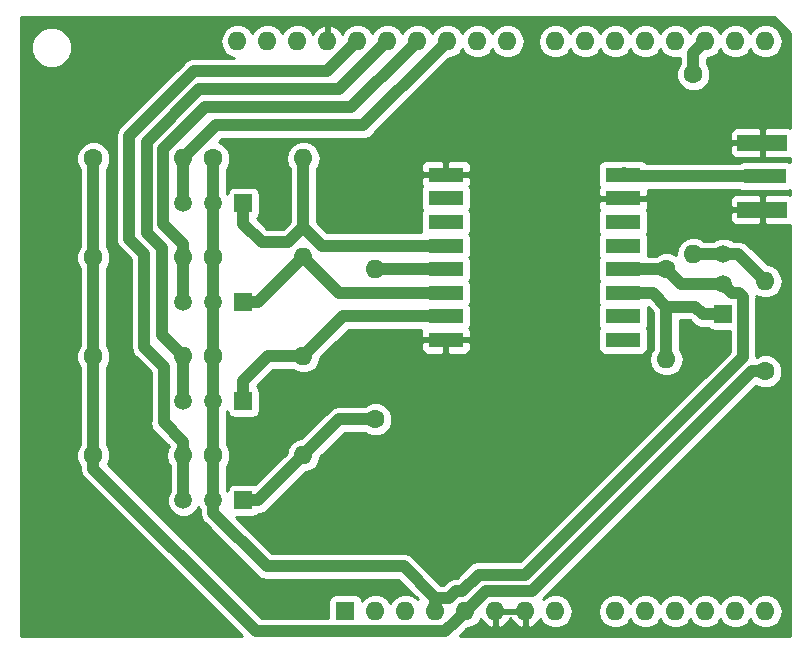
<source format=gbl>
G04 #@! TF.GenerationSoftware,KiCad,Pcbnew,5.0.2+dfsg1-1*
G04 #@! TF.CreationDate,2019-11-28T21:13:58+01:00*
G04 #@! TF.ProjectId,carte-radio,63617274-652d-4726-9164-696f2e6b6963,rev?*
G04 #@! TF.SameCoordinates,PX44114b0PY1687170*
G04 #@! TF.FileFunction,Copper,L2,Bot*
G04 #@! TF.FilePolarity,Positive*
%FSLAX46Y46*%
G04 Gerber Fmt 4.6, Leading zero omitted, Abs format (unit mm)*
G04 Created by KiCad (PCBNEW 5.0.2+dfsg1-1) date jeu. 28 nov. 2019 21:13:58 CET*
%MOMM*%
%LPD*%
G01*
G04 APERTURE LIST*
G04 #@! TA.AperFunction,ComponentPad*
%ADD10O,1.600000X1.600000*%
G04 #@! TD*
G04 #@! TA.AperFunction,ComponentPad*
%ADD11R,1.600000X1.600000*%
G04 #@! TD*
G04 #@! TA.AperFunction,SMDPad,CuDef*
%ADD12R,4.200000X1.350000*%
G04 #@! TD*
G04 #@! TA.AperFunction,SMDPad,CuDef*
%ADD13R,3.600000X1.270000*%
G04 #@! TD*
G04 #@! TA.AperFunction,ComponentPad*
%ADD14C,1.500000*%
G04 #@! TD*
G04 #@! TA.AperFunction,ComponentPad*
%ADD15R,1.500000X1.500000*%
G04 #@! TD*
G04 #@! TA.AperFunction,ComponentPad*
%ADD16C,1.600000*%
G04 #@! TD*
G04 #@! TA.AperFunction,SMDPad,CuDef*
%ADD17R,2.999740X1.198880*%
G04 #@! TD*
G04 #@! TA.AperFunction,Conductor*
%ADD18C,1.000000*%
G04 #@! TD*
G04 #@! TA.AperFunction,Conductor*
%ADD19C,0.254000*%
G04 #@! TD*
G04 APERTURE END LIST*
D10*
G04 #@! TO.P,A1,32*
G04 #@! TO.N,Net-(A1-Pad32)*
X15752000Y508000D03*
G04 #@! TO.P,A1,31*
G04 #@! TO.N,Net-(A1-Pad31)*
X18292000Y508000D03*
D11*
G04 #@! TO.P,A1,1*
G04 #@! TO.N,Net-(A1-Pad1)*
X24892000Y-47752000D03*
D10*
G04 #@! TO.P,A1,17*
G04 #@! TO.N,RF_INT*
X55372000Y508000D03*
G04 #@! TO.P,A1,2*
G04 #@! TO.N,Net-(A1-Pad2)*
X27432000Y-47752000D03*
G04 #@! TO.P,A1,18*
G04 #@! TO.N,Net-(A1-Pad18)*
X52832000Y508000D03*
G04 #@! TO.P,A1,3*
G04 #@! TO.N,Net-(A1-Pad3)*
X29972000Y-47752000D03*
G04 #@! TO.P,A1,19*
G04 #@! TO.N,Net-(A1-Pad19)*
X50292000Y508000D03*
G04 #@! TO.P,A1,4*
G04 #@! TO.N,3V3*
X32512000Y-47752000D03*
G04 #@! TO.P,A1,20*
G04 #@! TO.N,Net-(A1-Pad20)*
X47752000Y508000D03*
G04 #@! TO.P,A1,5*
G04 #@! TO.N,5V*
X35052000Y-47752000D03*
G04 #@! TO.P,A1,21*
G04 #@! TO.N,Net-(A1-Pad21)*
X45212000Y508000D03*
G04 #@! TO.P,A1,6*
G04 #@! TO.N,GND*
X37592000Y-47752000D03*
G04 #@! TO.P,A1,22*
G04 #@! TO.N,Net-(A1-Pad22)*
X42672000Y508000D03*
G04 #@! TO.P,A1,7*
G04 #@! TO.N,GND*
X40132000Y-47752000D03*
G04 #@! TO.P,A1,23*
G04 #@! TO.N,Net-(A1-Pad23)*
X38612000Y508000D03*
G04 #@! TO.P,A1,8*
G04 #@! TO.N,Net-(A1-Pad8)*
X42672000Y-47752000D03*
G04 #@! TO.P,A1,24*
G04 #@! TO.N,Net-(A1-Pad24)*
X36072000Y508000D03*
G04 #@! TO.P,A1,9*
G04 #@! TO.N,Net-(A1-Pad9)*
X47752000Y-47752000D03*
G04 #@! TO.P,A1,25*
G04 #@! TO.N,RF_NSS*
X33532000Y508000D03*
G04 #@! TO.P,A1,10*
G04 #@! TO.N,Net-(A1-Pad10)*
X50292000Y-47752000D03*
G04 #@! TO.P,A1,26*
G04 #@! TO.N,RF_MOSI*
X30992000Y508000D03*
G04 #@! TO.P,A1,11*
G04 #@! TO.N,Net-(A1-Pad11)*
X52832000Y-47752000D03*
G04 #@! TO.P,A1,27*
G04 #@! TO.N,RF_MISO*
X28452000Y508000D03*
G04 #@! TO.P,A1,12*
G04 #@! TO.N,Net-(A1-Pad12)*
X55372000Y-47752000D03*
G04 #@! TO.P,A1,28*
G04 #@! TO.N,RF_SCK*
X25912000Y508000D03*
G04 #@! TO.P,A1,13*
G04 #@! TO.N,Net-(A1-Pad13)*
X57912000Y-47752000D03*
G04 #@! TO.P,A1,29*
G04 #@! TO.N,GND*
X23372000Y508000D03*
G04 #@! TO.P,A1,14*
G04 #@! TO.N,Net-(A1-Pad14)*
X60452000Y-47752000D03*
G04 #@! TO.P,A1,30*
G04 #@! TO.N,Net-(A1-Pad30)*
X20832000Y508000D03*
G04 #@! TO.P,A1,15*
G04 #@! TO.N,Net-(A1-Pad15)*
X60452000Y508000D03*
G04 #@! TO.P,A1,16*
G04 #@! TO.N,Net-(A1-Pad16)*
X57912000Y508000D03*
G04 #@! TD*
D12*
G04 #@! TO.P,J1,2*
G04 #@! TO.N,GND*
X60198000Y-8097000D03*
X60198000Y-13747000D03*
D13*
G04 #@! TO.P,J1,1*
G04 #@! TO.N,Net-(J1-Pad1)*
X60398000Y-10922000D03*
G04 #@! TD*
D14*
G04 #@! TO.P,Q1,2*
G04 #@! TO.N,3V3*
X13716000Y-38354000D03*
G04 #@! TO.P,Q1,3*
G04 #@! TO.N,RF_SCK*
X11176000Y-38354000D03*
D15*
G04 #@! TO.P,Q1,1*
G04 #@! TO.N,Net-(JP1-Pad1)*
X16256000Y-38354000D03*
G04 #@! TD*
G04 #@! TO.P,Q2,1*
G04 #@! TO.N,Net-(Q2-Pad1)*
X16256000Y-21590000D03*
D14*
G04 #@! TO.P,Q2,3*
G04 #@! TO.N,RF_MOSI*
X11176000Y-21590000D03*
G04 #@! TO.P,Q2,2*
G04 #@! TO.N,3V3*
X13716000Y-21590000D03*
G04 #@! TD*
D15*
G04 #@! TO.P,Q3,1*
G04 #@! TO.N,Net-(Q3-Pad1)*
X16256000Y-29972000D03*
D14*
G04 #@! TO.P,Q3,3*
G04 #@! TO.N,RF_MISO*
X11176000Y-29972000D03*
G04 #@! TO.P,Q3,2*
G04 #@! TO.N,3V3*
X13716000Y-29972000D03*
G04 #@! TD*
G04 #@! TO.P,Q4,2*
G04 #@! TO.N,3V3*
X13716000Y-13208000D03*
G04 #@! TO.P,Q4,3*
G04 #@! TO.N,RF_NSS*
X11176000Y-13208000D03*
D15*
G04 #@! TO.P,Q4,1*
G04 #@! TO.N,Net-(Q4-Pad1)*
X16256000Y-13208000D03*
G04 #@! TD*
D14*
G04 #@! TO.P,Q5,2*
G04 #@! TO.N,3V3*
X56896000Y-20066000D03*
G04 #@! TO.P,Q5,3*
G04 #@! TO.N,Net-(JP2-Pad2)*
X56896000Y-17526000D03*
D15*
G04 #@! TO.P,Q5,1*
G04 #@! TO.N,Net-(Q5-Pad1)*
X56896000Y-22606000D03*
G04 #@! TD*
D10*
G04 #@! TO.P,R1,2*
G04 #@! TO.N,RF_SCK*
X11176000Y-34544000D03*
D16*
G04 #@! TO.P,R1,1*
G04 #@! TO.N,5V*
X3556000Y-34544000D03*
G04 #@! TD*
G04 #@! TO.P,R2,1*
G04 #@! TO.N,5V*
X3556000Y-17780000D03*
D10*
G04 #@! TO.P,R2,2*
G04 #@! TO.N,RF_MOSI*
X11176000Y-17780000D03*
G04 #@! TD*
G04 #@! TO.P,R3,2*
G04 #@! TO.N,RF_MISO*
X11176000Y-26162000D03*
D16*
G04 #@! TO.P,R3,1*
G04 #@! TO.N,5V*
X3556000Y-26162000D03*
G04 #@! TD*
D10*
G04 #@! TO.P,R4,2*
G04 #@! TO.N,RF_NSS*
X11176000Y-9398000D03*
D16*
G04 #@! TO.P,R4,1*
G04 #@! TO.N,5V*
X3556000Y-9398000D03*
G04 #@! TD*
D10*
G04 #@! TO.P,R5,2*
G04 #@! TO.N,Net-(JP2-Pad2)*
X60452000Y-19812000D03*
D16*
G04 #@! TO.P,R5,1*
G04 #@! TO.N,5V*
X60452000Y-27432000D03*
G04 #@! TD*
G04 #@! TO.P,R6,1*
G04 #@! TO.N,3V3*
X13716000Y-34544000D03*
D10*
G04 #@! TO.P,R6,2*
G04 #@! TO.N,Net-(JP1-Pad1)*
X21336000Y-34544000D03*
G04 #@! TD*
G04 #@! TO.P,R7,2*
G04 #@! TO.N,Net-(Q2-Pad1)*
X21336000Y-17780000D03*
D16*
G04 #@! TO.P,R7,1*
G04 #@! TO.N,3V3*
X13716000Y-17780000D03*
G04 #@! TD*
G04 #@! TO.P,R8,1*
G04 #@! TO.N,3V3*
X13716000Y-26162000D03*
D10*
G04 #@! TO.P,R8,2*
G04 #@! TO.N,Net-(Q3-Pad1)*
X21336000Y-26162000D03*
G04 #@! TD*
D16*
G04 #@! TO.P,R9,1*
G04 #@! TO.N,3V3*
X13716000Y-9398000D03*
D10*
G04 #@! TO.P,R9,2*
G04 #@! TO.N,Net-(Q4-Pad1)*
X21336000Y-9398000D03*
G04 #@! TD*
D16*
G04 #@! TO.P,R10,1*
G04 #@! TO.N,3V3*
X52070000Y-18796000D03*
D10*
G04 #@! TO.P,R10,2*
G04 #@! TO.N,Net-(Q5-Pad1)*
X52070000Y-26416000D03*
G04 #@! TD*
D17*
G04 #@! TO.P,U1,1*
G04 #@! TO.N,GND*
X33395920Y-24777700D03*
G04 #@! TO.P,U1,2*
G04 #@! TO.N,Net-(Q3-Pad1)*
X33395920Y-22778720D03*
G04 #@! TO.P,U1,3*
G04 #@! TO.N,Net-(Q2-Pad1)*
X33395920Y-20779740D03*
G04 #@! TO.P,U1,4*
G04 #@! TO.N,Net-(JP1-Pad2)*
X33395920Y-18778220D03*
G04 #@! TO.P,U1,5*
G04 #@! TO.N,Net-(Q4-Pad1)*
X33395920Y-16781780D03*
G04 #@! TO.P,U1,6*
G04 #@! TO.N,Net-(U1-Pad6)*
X33395920Y-14780260D03*
G04 #@! TO.P,U1,7*
G04 #@! TO.N,Net-(U1-Pad7)*
X33395920Y-12781280D03*
G04 #@! TO.P,U1,8*
G04 #@! TO.N,GND*
X33395920Y-10782300D03*
G04 #@! TO.P,U1,9*
G04 #@! TO.N,Net-(J1-Pad1)*
X48392080Y-10782300D03*
G04 #@! TO.P,U1,10*
G04 #@! TO.N,GND*
X48392080Y-12781280D03*
G04 #@! TO.P,U1,11*
G04 #@! TO.N,Net-(U1-Pad11)*
X48392080Y-14780260D03*
G04 #@! TO.P,U1,12*
G04 #@! TO.N,Net-(U1-Pad12)*
X48392080Y-16781780D03*
G04 #@! TO.P,U1,13*
G04 #@! TO.N,3V3*
X48392080Y-18778220D03*
G04 #@! TO.P,U1,14*
G04 #@! TO.N,Net-(Q5-Pad1)*
X48392080Y-20779740D03*
G04 #@! TO.P,U1,15*
G04 #@! TO.N,Net-(U1-Pad15)*
X48392080Y-22778720D03*
G04 #@! TO.P,U1,16*
G04 #@! TO.N,Net-(U1-Pad16)*
X48392080Y-24777700D03*
G04 #@! TD*
D16*
G04 #@! TO.P,JP1,1*
G04 #@! TO.N,Net-(JP1-Pad1)*
X27432000Y-31496000D03*
D10*
G04 #@! TO.P,JP1,2*
G04 #@! TO.N,Net-(JP1-Pad2)*
X27432000Y-18796000D03*
G04 #@! TD*
D16*
G04 #@! TO.P,JP2,1*
G04 #@! TO.N,RF_INT*
X54356000Y-2286000D03*
D10*
G04 #@! TO.P,JP2,2*
G04 #@! TO.N,Net-(JP2-Pad2)*
X54356000Y-17526000D03*
G04 #@! TD*
D18*
G04 #@! TO.N,RF_INT*
X54356000Y-508000D02*
X55372000Y508000D01*
X54356000Y-2286000D02*
X54356000Y-508000D01*
G04 #@! TO.N,Net-(JP2-Pad2)*
X58166000Y-17526000D02*
X60452000Y-19812000D01*
X56896000Y-17526000D02*
X58166000Y-17526000D01*
G04 #@! TO.N,3V3*
X13716000Y-38354000D02*
X13716000Y-34544000D01*
X13716000Y-34544000D02*
X13716000Y-29972000D01*
X13716000Y-29972000D02*
X13716000Y-26162000D01*
X13716000Y-26162000D02*
X13716000Y-21590000D01*
X13716000Y-21590000D02*
X13716000Y-17780000D01*
X13716000Y-17780000D02*
X13716000Y-13208000D01*
X13716000Y-13208000D02*
X13716000Y-9398000D01*
X32512000Y-46620630D02*
X29833370Y-43942000D01*
X32512000Y-47752000D02*
X32512000Y-46620630D01*
X18243340Y-43942000D02*
X13716000Y-39414660D01*
X13716000Y-39414660D02*
X13716000Y-38354000D01*
X29833370Y-43942000D02*
X18243340Y-43942000D01*
X48409860Y-18796000D02*
X48392080Y-18778220D01*
X52070000Y-18796000D02*
X48409860Y-18796000D01*
X53340000Y-20066000D02*
X52070000Y-18796000D01*
X56896000Y-20066000D02*
X53340000Y-20066000D01*
X57645999Y-20815999D02*
X56896000Y-20066000D01*
X58226001Y-20815999D02*
X57645999Y-20815999D01*
X58546001Y-26226717D02*
X58546001Y-21135999D01*
X33667368Y-46620630D02*
X34235999Y-46051999D01*
X34235999Y-46051999D02*
X34772089Y-46051999D01*
X32512000Y-46620630D02*
X33667368Y-46620630D01*
X34772089Y-46051999D02*
X36172098Y-44651989D01*
X58546001Y-21135999D02*
X58226001Y-20815999D01*
X36172098Y-44651989D02*
X40120729Y-44651989D01*
X40120729Y-44651989D02*
X58546001Y-26226717D01*
G04 #@! TO.N,5V*
X3556000Y-9398000D02*
X3556000Y-17780000D01*
X3556000Y-17780000D02*
X3556000Y-26162000D01*
X3556000Y-26162000D02*
X3556000Y-34544000D01*
X34252001Y-48551999D02*
X35052000Y-47752000D01*
X33351999Y-49452001D02*
X34252001Y-48551999D01*
X17332631Y-49452001D02*
X33351999Y-49452001D01*
X3556000Y-35675370D02*
X17332631Y-49452001D01*
X3556000Y-34544000D02*
X3556000Y-35675370D01*
X36752001Y-46051999D02*
X35851999Y-46952001D01*
X40700631Y-46051999D02*
X36752001Y-46051999D01*
X59320630Y-27432000D02*
X40700631Y-46051999D01*
X35851999Y-46952001D02*
X35052000Y-47752000D01*
X60452000Y-27432000D02*
X59320630Y-27432000D01*
G04 #@! TO.N,RF_NSS*
X11176000Y-9398000D02*
X11176000Y-13208000D01*
X32732001Y-291999D02*
X33532000Y508000D01*
X26420000Y-6604000D02*
X32732001Y-291999D01*
X13970000Y-6604000D02*
X26420000Y-6604000D01*
X11176000Y-9398000D02*
X13970000Y-6604000D01*
G04 #@! TO.N,RF_MOSI*
X11176000Y-17780000D02*
X11176000Y-21590000D01*
X30192001Y-291999D02*
X30992000Y508000D01*
X11176000Y-16648630D02*
X9475999Y-14948629D01*
X11176000Y-17780000D02*
X11176000Y-16648630D01*
X25404000Y-5080000D02*
X30192001Y-291999D01*
X9475999Y-14948629D02*
X9475999Y-8581999D01*
X9475999Y-8581999D02*
X12977998Y-5080000D01*
X12977998Y-5080000D02*
X25404000Y-5080000D01*
G04 #@! TO.N,RF_MISO*
X11176000Y-26162000D02*
X11176000Y-29972000D01*
X11176000Y-26162000D02*
X9398000Y-24384000D01*
X9398000Y-24384000D02*
X9398000Y-17018000D01*
X8075989Y-15695989D02*
X8075989Y-8002096D01*
X9398000Y-17018000D02*
X8075989Y-15695989D01*
X8075989Y-8002096D02*
X12522085Y-3556000D01*
X24388000Y-3556000D02*
X28452000Y508000D01*
X12522085Y-3556000D02*
X24388000Y-3556000D01*
G04 #@! TO.N,RF_SCK*
X11176000Y-34544000D02*
X11176000Y-38354000D01*
X23372000Y-2032000D02*
X25912000Y508000D01*
X12066173Y-2032000D02*
X23372000Y-2032000D01*
X6604000Y-7494173D02*
X12066173Y-2032000D01*
X6604000Y-16203912D02*
X6604000Y-7494173D01*
X11176000Y-34544000D02*
X11176000Y-33412630D01*
X11176000Y-33412630D02*
X9525999Y-31762629D01*
X7874000Y-25376002D02*
X7874000Y-17473912D01*
X9525999Y-31762629D02*
X9525999Y-27028001D01*
X9525999Y-27028001D02*
X7874000Y-25376002D01*
X7874000Y-17473912D02*
X6604000Y-16203912D01*
G04 #@! TO.N,Net-(J1-Pad1)*
X48506380Y-10668000D02*
X48392080Y-10782300D01*
X48531780Y-10922000D02*
X48392080Y-10782300D01*
X60398000Y-10922000D02*
X48531780Y-10922000D01*
G04 #@! TO.N,Net-(JP1-Pad1)*
X17526000Y-38354000D02*
X21336000Y-34544000D01*
X16256000Y-38354000D02*
X17526000Y-38354000D01*
G04 #@! TO.N,Net-(Q2-Pad1)*
X17526000Y-21590000D02*
X21336000Y-17780000D01*
X16256000Y-21590000D02*
X17526000Y-21590000D01*
X22135999Y-18579999D02*
X21336000Y-17780000D01*
X24335740Y-20779740D02*
X22135999Y-18579999D01*
X33395920Y-20779740D02*
X24335740Y-20779740D01*
G04 #@! TO.N,Net-(Q3-Pad1)*
X24719280Y-22778720D02*
X21336000Y-26162000D01*
X33395920Y-22778720D02*
X24719280Y-22778720D01*
X16256000Y-28222000D02*
X18316000Y-26162000D01*
X16256000Y-29972000D02*
X16256000Y-28222000D01*
X18316000Y-26162000D02*
X21336000Y-26162000D01*
G04 #@! TO.N,Net-(Q4-Pad1)*
X21336000Y-13970000D02*
X21336000Y-9398000D01*
X21336000Y-15240000D02*
X21336000Y-13970000D01*
X16256000Y-14958000D02*
X16256000Y-13208000D01*
X17808000Y-16510000D02*
X16256000Y-14958000D01*
X21336000Y-15240000D02*
X20066000Y-16510000D01*
X20066000Y-16510000D02*
X17808000Y-16510000D01*
X22877780Y-16781780D02*
X21336000Y-15240000D01*
X33395920Y-16781780D02*
X22877780Y-16781780D01*
G04 #@! TO.N,Net-(Q5-Pad1)*
X50891950Y-20779740D02*
X48392080Y-20779740D01*
X52070000Y-21957790D02*
X50891950Y-20779740D01*
X52070000Y-26416000D02*
X52070000Y-21957790D01*
X54497790Y-21957790D02*
X52070000Y-21957790D01*
X55146000Y-22606000D02*
X54497790Y-21957790D01*
X56896000Y-22606000D02*
X55146000Y-22606000D01*
G04 #@! TO.N,Net-(JP1-Pad1)*
X24384000Y-31496000D02*
X21336000Y-34544000D01*
X27432000Y-31496000D02*
X24384000Y-31496000D01*
G04 #@! TO.N,Net-(JP1-Pad2)*
X27449780Y-18778220D02*
X27432000Y-18796000D01*
X33395920Y-18778220D02*
X27449780Y-18778220D01*
G04 #@! TO.N,Net-(JP2-Pad2)*
X56896000Y-17526000D02*
X54356000Y-17526000D01*
G04 #@! TD*
D19*
G04 #@! TO.N,GND*
G36*
X62536000Y1229908D02*
X62536000Y-6833264D01*
X62424310Y-6787000D01*
X60483750Y-6787000D01*
X60325000Y-6945750D01*
X60325000Y-7970000D01*
X60345000Y-7970000D01*
X60345000Y-8224000D01*
X60325000Y-8224000D01*
X60325000Y-9248250D01*
X60483750Y-9407000D01*
X62424310Y-9407000D01*
X62536001Y-9360736D01*
X62536001Y-9749137D01*
X62445765Y-9688843D01*
X62198000Y-9639560D01*
X58598000Y-9639560D01*
X58350235Y-9688843D01*
X58203334Y-9787000D01*
X50391152Y-9787000D01*
X50349759Y-9725051D01*
X50139715Y-9584703D01*
X49891950Y-9535420D01*
X48630329Y-9535420D01*
X48506380Y-9510765D01*
X48382431Y-9535420D01*
X46892210Y-9535420D01*
X46644445Y-9584703D01*
X46434401Y-9725051D01*
X46294053Y-9935095D01*
X46244770Y-10182860D01*
X46244770Y-11381740D01*
X46294053Y-11629505D01*
X46395177Y-11780847D01*
X46353883Y-11822141D01*
X46257210Y-12055530D01*
X46257210Y-12495530D01*
X46415960Y-12654280D01*
X48265080Y-12654280D01*
X48265080Y-12634280D01*
X48519080Y-12634280D01*
X48519080Y-12654280D01*
X50368200Y-12654280D01*
X50526950Y-12495530D01*
X50526950Y-12057000D01*
X58203334Y-12057000D01*
X58350235Y-12155157D01*
X58598000Y-12204440D01*
X62198000Y-12204440D01*
X62445765Y-12155157D01*
X62536001Y-12094863D01*
X62536001Y-12483264D01*
X62424310Y-12437000D01*
X60483750Y-12437000D01*
X60325000Y-12595750D01*
X60325000Y-13620000D01*
X60345000Y-13620000D01*
X60345000Y-13874000D01*
X60325000Y-13874000D01*
X60325000Y-14898250D01*
X60483750Y-15057000D01*
X62424310Y-15057000D01*
X62536001Y-15010736D01*
X62536001Y-15424070D01*
X62536000Y-15424075D01*
X62536001Y-49836000D01*
X34573131Y-49836000D01*
X35133609Y-49275523D01*
X35133611Y-49275520D01*
X35229282Y-49179849D01*
X35611909Y-49103740D01*
X36086577Y-48786577D01*
X36342947Y-48402892D01*
X36439611Y-48607134D01*
X36854577Y-48983041D01*
X37242961Y-49143904D01*
X37465000Y-49021915D01*
X37465000Y-47879000D01*
X37719000Y-47879000D01*
X37719000Y-49021915D01*
X37941039Y-49143904D01*
X38329423Y-48983041D01*
X38744389Y-48607134D01*
X38862000Y-48358633D01*
X38979611Y-48607134D01*
X39394577Y-48983041D01*
X39782961Y-49143904D01*
X40005000Y-49021915D01*
X40005000Y-47879000D01*
X37719000Y-47879000D01*
X37465000Y-47879000D01*
X37445000Y-47879000D01*
X37445000Y-47625000D01*
X37465000Y-47625000D01*
X37465000Y-47605000D01*
X37719000Y-47605000D01*
X37719000Y-47625000D01*
X40005000Y-47625000D01*
X40005000Y-47605000D01*
X40259000Y-47605000D01*
X40259000Y-47625000D01*
X40279000Y-47625000D01*
X40279000Y-47879000D01*
X40259000Y-47879000D01*
X40259000Y-49021915D01*
X40481039Y-49143904D01*
X40869423Y-48983041D01*
X41284389Y-48607134D01*
X41381053Y-48402892D01*
X41637423Y-48786577D01*
X42112091Y-49103740D01*
X42530667Y-49187000D01*
X42813333Y-49187000D01*
X43231909Y-49103740D01*
X43706577Y-48786577D01*
X44023740Y-48311909D01*
X44135113Y-47752000D01*
X46288887Y-47752000D01*
X46400260Y-48311909D01*
X46717423Y-48786577D01*
X47192091Y-49103740D01*
X47610667Y-49187000D01*
X47893333Y-49187000D01*
X48311909Y-49103740D01*
X48786577Y-48786577D01*
X49022000Y-48434242D01*
X49257423Y-48786577D01*
X49732091Y-49103740D01*
X50150667Y-49187000D01*
X50433333Y-49187000D01*
X50851909Y-49103740D01*
X51326577Y-48786577D01*
X51562000Y-48434242D01*
X51797423Y-48786577D01*
X52272091Y-49103740D01*
X52690667Y-49187000D01*
X52973333Y-49187000D01*
X53391909Y-49103740D01*
X53866577Y-48786577D01*
X54102000Y-48434242D01*
X54337423Y-48786577D01*
X54812091Y-49103740D01*
X55230667Y-49187000D01*
X55513333Y-49187000D01*
X55931909Y-49103740D01*
X56406577Y-48786577D01*
X56642000Y-48434242D01*
X56877423Y-48786577D01*
X57352091Y-49103740D01*
X57770667Y-49187000D01*
X58053333Y-49187000D01*
X58471909Y-49103740D01*
X58946577Y-48786577D01*
X59182000Y-48434242D01*
X59417423Y-48786577D01*
X59892091Y-49103740D01*
X60310667Y-49187000D01*
X60593333Y-49187000D01*
X61011909Y-49103740D01*
X61486577Y-48786577D01*
X61803740Y-48311909D01*
X61915113Y-47752000D01*
X61803740Y-47192091D01*
X61486577Y-46717423D01*
X61011909Y-46400260D01*
X60593333Y-46317000D01*
X60310667Y-46317000D01*
X59892091Y-46400260D01*
X59417423Y-46717423D01*
X59182000Y-47069758D01*
X58946577Y-46717423D01*
X58471909Y-46400260D01*
X58053333Y-46317000D01*
X57770667Y-46317000D01*
X57352091Y-46400260D01*
X56877423Y-46717423D01*
X56642000Y-47069758D01*
X56406577Y-46717423D01*
X55931909Y-46400260D01*
X55513333Y-46317000D01*
X55230667Y-46317000D01*
X54812091Y-46400260D01*
X54337423Y-46717423D01*
X54102000Y-47069758D01*
X53866577Y-46717423D01*
X53391909Y-46400260D01*
X52973333Y-46317000D01*
X52690667Y-46317000D01*
X52272091Y-46400260D01*
X51797423Y-46717423D01*
X51562000Y-47069758D01*
X51326577Y-46717423D01*
X50851909Y-46400260D01*
X50433333Y-46317000D01*
X50150667Y-46317000D01*
X49732091Y-46400260D01*
X49257423Y-46717423D01*
X49022000Y-47069758D01*
X48786577Y-46717423D01*
X48311909Y-46400260D01*
X47893333Y-46317000D01*
X47610667Y-46317000D01*
X47192091Y-46400260D01*
X46717423Y-46717423D01*
X46400260Y-47192091D01*
X46288887Y-47752000D01*
X44135113Y-47752000D01*
X44023740Y-47192091D01*
X43706577Y-46717423D01*
X43231909Y-46400260D01*
X42813333Y-46317000D01*
X42530667Y-46317000D01*
X42112091Y-46400260D01*
X41646209Y-46711552D01*
X59688699Y-28669063D01*
X60166561Y-28867000D01*
X60737439Y-28867000D01*
X61264862Y-28648534D01*
X61668534Y-28244862D01*
X61887000Y-27717439D01*
X61887000Y-27146561D01*
X61668534Y-26619138D01*
X61264862Y-26215466D01*
X60737439Y-25997000D01*
X60166561Y-25997000D01*
X59696289Y-26191793D01*
X59681001Y-26114934D01*
X59681001Y-21247780D01*
X59703236Y-21135998D01*
X59681001Y-21024216D01*
X59680652Y-21022461D01*
X59892091Y-21163740D01*
X60310667Y-21247000D01*
X60593333Y-21247000D01*
X61011909Y-21163740D01*
X61486577Y-20846577D01*
X61803740Y-20371909D01*
X61915113Y-19812000D01*
X61803740Y-19252091D01*
X61486577Y-18777423D01*
X61011909Y-18460260D01*
X60629283Y-18384151D01*
X59047613Y-16802482D01*
X58984289Y-16707711D01*
X58608855Y-16456854D01*
X58277783Y-16391000D01*
X58166000Y-16368765D01*
X58054217Y-16391000D01*
X57719687Y-16391000D01*
X57680540Y-16351853D01*
X57171494Y-16141000D01*
X56620506Y-16141000D01*
X56111460Y-16351853D01*
X56072313Y-16391000D01*
X55240283Y-16391000D01*
X54915909Y-16174260D01*
X54497333Y-16091000D01*
X54214667Y-16091000D01*
X53796091Y-16174260D01*
X53321423Y-16491423D01*
X53004260Y-16966091D01*
X52892887Y-17526000D01*
X52908652Y-17605256D01*
X52882862Y-17579466D01*
X52355439Y-17361000D01*
X51784561Y-17361000D01*
X51257138Y-17579466D01*
X51175604Y-17661000D01*
X50468715Y-17661000D01*
X50490107Y-17628985D01*
X50539390Y-17381220D01*
X50539390Y-16182340D01*
X50490107Y-15934575D01*
X50387504Y-15781020D01*
X50490107Y-15627465D01*
X50539390Y-15379700D01*
X50539390Y-14180820D01*
X50509938Y-14032750D01*
X57463000Y-14032750D01*
X57463000Y-14548309D01*
X57559673Y-14781698D01*
X57738301Y-14960327D01*
X57971690Y-15057000D01*
X59912250Y-15057000D01*
X60071000Y-14898250D01*
X60071000Y-13874000D01*
X57621750Y-13874000D01*
X57463000Y-14032750D01*
X50509938Y-14032750D01*
X50490107Y-13933055D01*
X50388983Y-13781713D01*
X50430277Y-13740419D01*
X50526950Y-13507030D01*
X50526950Y-13067030D01*
X50405611Y-12945691D01*
X57463000Y-12945691D01*
X57463000Y-13461250D01*
X57621750Y-13620000D01*
X60071000Y-13620000D01*
X60071000Y-12595750D01*
X59912250Y-12437000D01*
X57971690Y-12437000D01*
X57738301Y-12533673D01*
X57559673Y-12712302D01*
X57463000Y-12945691D01*
X50405611Y-12945691D01*
X50368200Y-12908280D01*
X48519080Y-12908280D01*
X48519080Y-12928280D01*
X48265080Y-12928280D01*
X48265080Y-12908280D01*
X46415960Y-12908280D01*
X46257210Y-13067030D01*
X46257210Y-13507030D01*
X46353883Y-13740419D01*
X46395177Y-13781713D01*
X46294053Y-13933055D01*
X46244770Y-14180820D01*
X46244770Y-15379700D01*
X46294053Y-15627465D01*
X46396656Y-15781020D01*
X46294053Y-15934575D01*
X46244770Y-16182340D01*
X46244770Y-17381220D01*
X46294053Y-17628985D01*
X46394959Y-17780000D01*
X46294053Y-17931015D01*
X46244770Y-18178780D01*
X46244770Y-19377660D01*
X46294053Y-19625425D01*
X46396656Y-19778980D01*
X46294053Y-19932535D01*
X46244770Y-20180300D01*
X46244770Y-21379180D01*
X46294053Y-21626945D01*
X46395807Y-21779230D01*
X46294053Y-21931515D01*
X46244770Y-22179280D01*
X46244770Y-23378160D01*
X46294053Y-23625925D01*
X46395807Y-23778210D01*
X46294053Y-23930495D01*
X46244770Y-24178260D01*
X46244770Y-25377140D01*
X46294053Y-25624905D01*
X46434401Y-25834949D01*
X46644445Y-25975297D01*
X46892210Y-26024580D01*
X49891950Y-26024580D01*
X50139715Y-25975297D01*
X50349759Y-25834949D01*
X50490107Y-25624905D01*
X50539390Y-25377140D01*
X50539390Y-24178260D01*
X50490107Y-23930495D01*
X50388353Y-23778210D01*
X50490107Y-23625925D01*
X50539390Y-23378160D01*
X50539390Y-22179280D01*
X50502898Y-21995819D01*
X50935001Y-22427923D01*
X50935000Y-25531716D01*
X50718260Y-25856091D01*
X50606887Y-26416000D01*
X50718260Y-26975909D01*
X51035423Y-27450577D01*
X51510091Y-27767740D01*
X51928667Y-27851000D01*
X52211333Y-27851000D01*
X52629909Y-27767740D01*
X53104577Y-27450577D01*
X53421740Y-26975909D01*
X53533113Y-26416000D01*
X53421740Y-25856091D01*
X53205000Y-25531717D01*
X53205000Y-23092790D01*
X54027659Y-23092790D01*
X54264387Y-23329518D01*
X54327711Y-23424289D01*
X54703145Y-23675146D01*
X55034217Y-23741000D01*
X55145999Y-23763235D01*
X55257781Y-23741000D01*
X55639541Y-23741000D01*
X55688191Y-23813809D01*
X55898235Y-23954157D01*
X56146000Y-24003440D01*
X57411001Y-24003440D01*
X57411001Y-25756584D01*
X39650598Y-43516989D01*
X36283880Y-43516989D01*
X36172097Y-43494754D01*
X36060315Y-43516989D01*
X35729243Y-43582843D01*
X35353809Y-43833700D01*
X35290489Y-43928466D01*
X34309560Y-44909396D01*
X34235999Y-44894764D01*
X34124216Y-44916999D01*
X33793144Y-44982853D01*
X33417710Y-45233710D01*
X33354386Y-45328481D01*
X33197237Y-45485630D01*
X32982132Y-45485630D01*
X30714983Y-43218482D01*
X30651659Y-43123711D01*
X30276225Y-42872854D01*
X29945153Y-42807000D01*
X29833370Y-42784765D01*
X29721587Y-42807000D01*
X18713472Y-42807000D01*
X15657911Y-39751440D01*
X17006000Y-39751440D01*
X17253765Y-39702157D01*
X17463809Y-39561809D01*
X17500933Y-39506249D01*
X17526000Y-39511235D01*
X17637783Y-39489000D01*
X17968855Y-39423146D01*
X18344289Y-39172289D01*
X18407613Y-39077518D01*
X21513283Y-35971849D01*
X21895909Y-35895740D01*
X22370577Y-35578577D01*
X22687740Y-35103909D01*
X22763849Y-34721282D01*
X24854132Y-32631000D01*
X26537604Y-32631000D01*
X26619138Y-32712534D01*
X27146561Y-32931000D01*
X27717439Y-32931000D01*
X28244862Y-32712534D01*
X28648534Y-32308862D01*
X28867000Y-31781439D01*
X28867000Y-31210561D01*
X28648534Y-30683138D01*
X28244862Y-30279466D01*
X27717439Y-30061000D01*
X27146561Y-30061000D01*
X26619138Y-30279466D01*
X26537604Y-30361000D01*
X24495783Y-30361000D01*
X24384000Y-30338765D01*
X24272217Y-30361000D01*
X23941145Y-30426854D01*
X23565711Y-30677711D01*
X23502389Y-30772479D01*
X21158718Y-33116151D01*
X20776091Y-33192260D01*
X20301423Y-33509423D01*
X19984260Y-33984091D01*
X19908151Y-34366717D01*
X17262913Y-37011956D01*
X17253765Y-37005843D01*
X17006000Y-36956560D01*
X15506000Y-36956560D01*
X15258235Y-37005843D01*
X15048191Y-37146191D01*
X14907843Y-37356235D01*
X14869531Y-37548844D01*
X14851000Y-37530313D01*
X14851000Y-35438396D01*
X14932534Y-35356862D01*
X15151000Y-34829439D01*
X15151000Y-34258561D01*
X14932534Y-33731138D01*
X14851000Y-33649604D01*
X14851000Y-30795687D01*
X14869531Y-30777156D01*
X14907843Y-30969765D01*
X15048191Y-31179809D01*
X15258235Y-31320157D01*
X15506000Y-31369440D01*
X17006000Y-31369440D01*
X17253765Y-31320157D01*
X17463809Y-31179809D01*
X17604157Y-30969765D01*
X17653440Y-30722000D01*
X17653440Y-29222000D01*
X17604157Y-28974235D01*
X17463809Y-28764191D01*
X17391000Y-28715541D01*
X17391000Y-28692131D01*
X18786132Y-27297000D01*
X20451717Y-27297000D01*
X20776091Y-27513740D01*
X21194667Y-27597000D01*
X21477333Y-27597000D01*
X21895909Y-27513740D01*
X22370577Y-27196577D01*
X22687740Y-26721909D01*
X22763849Y-26339282D01*
X24039682Y-25063450D01*
X31261050Y-25063450D01*
X31261050Y-25503450D01*
X31357723Y-25736839D01*
X31536352Y-25915467D01*
X31769741Y-26012140D01*
X33110170Y-26012140D01*
X33268920Y-25853390D01*
X33268920Y-24904700D01*
X33522920Y-24904700D01*
X33522920Y-25853390D01*
X33681670Y-26012140D01*
X35022099Y-26012140D01*
X35255488Y-25915467D01*
X35434117Y-25736839D01*
X35530790Y-25503450D01*
X35530790Y-25063450D01*
X35372040Y-24904700D01*
X33522920Y-24904700D01*
X33268920Y-24904700D01*
X31419800Y-24904700D01*
X31261050Y-25063450D01*
X24039682Y-25063450D01*
X25189413Y-23913720D01*
X31318307Y-23913720D01*
X31261050Y-24051950D01*
X31261050Y-24491950D01*
X31419800Y-24650700D01*
X33268920Y-24650700D01*
X33268920Y-24630700D01*
X33522920Y-24630700D01*
X33522920Y-24650700D01*
X35372040Y-24650700D01*
X35530790Y-24491950D01*
X35530790Y-24051950D01*
X35434117Y-23818561D01*
X35392823Y-23777267D01*
X35493947Y-23625925D01*
X35543230Y-23378160D01*
X35543230Y-22179280D01*
X35493947Y-21931515D01*
X35392193Y-21779230D01*
X35493947Y-21626945D01*
X35543230Y-21379180D01*
X35543230Y-20180300D01*
X35493947Y-19932535D01*
X35391344Y-19778980D01*
X35493947Y-19625425D01*
X35543230Y-19377660D01*
X35543230Y-18178780D01*
X35493947Y-17931015D01*
X35393041Y-17780000D01*
X35493947Y-17628985D01*
X35543230Y-17381220D01*
X35543230Y-16182340D01*
X35493947Y-15934575D01*
X35391344Y-15781020D01*
X35493947Y-15627465D01*
X35543230Y-15379700D01*
X35543230Y-14180820D01*
X35493947Y-13933055D01*
X35392193Y-13780770D01*
X35493947Y-13628485D01*
X35543230Y-13380720D01*
X35543230Y-12181840D01*
X35493947Y-11934075D01*
X35392823Y-11782733D01*
X35434117Y-11741439D01*
X35530790Y-11508050D01*
X35530790Y-11068050D01*
X35372040Y-10909300D01*
X33522920Y-10909300D01*
X33522920Y-10929300D01*
X33268920Y-10929300D01*
X33268920Y-10909300D01*
X31419800Y-10909300D01*
X31261050Y-11068050D01*
X31261050Y-11508050D01*
X31357723Y-11741439D01*
X31399017Y-11782733D01*
X31297893Y-11934075D01*
X31248610Y-12181840D01*
X31248610Y-13380720D01*
X31297893Y-13628485D01*
X31399647Y-13780770D01*
X31297893Y-13933055D01*
X31248610Y-14180820D01*
X31248610Y-15379700D01*
X31297893Y-15627465D01*
X31310799Y-15646780D01*
X23347912Y-15646780D01*
X22471000Y-14769869D01*
X22471000Y-10282283D01*
X22621830Y-10056550D01*
X31261050Y-10056550D01*
X31261050Y-10496550D01*
X31419800Y-10655300D01*
X33268920Y-10655300D01*
X33268920Y-9706610D01*
X33522920Y-9706610D01*
X33522920Y-10655300D01*
X35372040Y-10655300D01*
X35530790Y-10496550D01*
X35530790Y-10056550D01*
X35434117Y-9823161D01*
X35255488Y-9644533D01*
X35022099Y-9547860D01*
X33681670Y-9547860D01*
X33522920Y-9706610D01*
X33268920Y-9706610D01*
X33110170Y-9547860D01*
X31769741Y-9547860D01*
X31536352Y-9644533D01*
X31357723Y-9823161D01*
X31261050Y-10056550D01*
X22621830Y-10056550D01*
X22687740Y-9957909D01*
X22799113Y-9398000D01*
X22687740Y-8838091D01*
X22383491Y-8382750D01*
X57463000Y-8382750D01*
X57463000Y-8898309D01*
X57559673Y-9131698D01*
X57738301Y-9310327D01*
X57971690Y-9407000D01*
X59912250Y-9407000D01*
X60071000Y-9248250D01*
X60071000Y-8224000D01*
X57621750Y-8224000D01*
X57463000Y-8382750D01*
X22383491Y-8382750D01*
X22370577Y-8363423D01*
X21895909Y-8046260D01*
X21477333Y-7963000D01*
X21194667Y-7963000D01*
X20776091Y-8046260D01*
X20301423Y-8363423D01*
X19984260Y-8838091D01*
X19872887Y-9398000D01*
X19984260Y-9957909D01*
X20201001Y-10282285D01*
X20201000Y-13858217D01*
X20201000Y-14769868D01*
X19595869Y-15375000D01*
X18278132Y-15375000D01*
X17391000Y-14487869D01*
X17391000Y-14464459D01*
X17463809Y-14415809D01*
X17604157Y-14205765D01*
X17653440Y-13958000D01*
X17653440Y-12458000D01*
X17604157Y-12210235D01*
X17463809Y-12000191D01*
X17253765Y-11859843D01*
X17006000Y-11810560D01*
X15506000Y-11810560D01*
X15258235Y-11859843D01*
X15048191Y-12000191D01*
X14907843Y-12210235D01*
X14869531Y-12402844D01*
X14851000Y-12384313D01*
X14851000Y-10292396D01*
X14932534Y-10210862D01*
X15151000Y-9683439D01*
X15151000Y-9112561D01*
X14932534Y-8585138D01*
X14528862Y-8181466D01*
X14153250Y-8025882D01*
X14440132Y-7739000D01*
X26308217Y-7739000D01*
X26420000Y-7761235D01*
X26531783Y-7739000D01*
X26862855Y-7673146D01*
X27238289Y-7422289D01*
X27301613Y-7327518D01*
X27333440Y-7295691D01*
X57463000Y-7295691D01*
X57463000Y-7811250D01*
X57621750Y-7970000D01*
X60071000Y-7970000D01*
X60071000Y-6945750D01*
X59912250Y-6787000D01*
X57971690Y-6787000D01*
X57738301Y-6883673D01*
X57559673Y-7062302D01*
X57463000Y-7295691D01*
X27333440Y-7295691D01*
X33613609Y-1015523D01*
X33613611Y-1015520D01*
X33709282Y-919849D01*
X34091909Y-843740D01*
X34566577Y-526577D01*
X34802000Y-174242D01*
X35037423Y-526577D01*
X35512091Y-843740D01*
X35930667Y-927000D01*
X36213333Y-927000D01*
X36631909Y-843740D01*
X37106577Y-526577D01*
X37342000Y-174242D01*
X37577423Y-526577D01*
X38052091Y-843740D01*
X38470667Y-927000D01*
X38753333Y-927000D01*
X39171909Y-843740D01*
X39646577Y-526577D01*
X39963740Y-51909D01*
X40075113Y508000D01*
X41208887Y508000D01*
X41320260Y-51909D01*
X41637423Y-526577D01*
X42112091Y-843740D01*
X42530667Y-927000D01*
X42813333Y-927000D01*
X43231909Y-843740D01*
X43706577Y-526577D01*
X43942000Y-174242D01*
X44177423Y-526577D01*
X44652091Y-843740D01*
X45070667Y-927000D01*
X45353333Y-927000D01*
X45771909Y-843740D01*
X46246577Y-526577D01*
X46482000Y-174242D01*
X46717423Y-526577D01*
X47192091Y-843740D01*
X47610667Y-927000D01*
X47893333Y-927000D01*
X48311909Y-843740D01*
X48786577Y-526577D01*
X49022000Y-174242D01*
X49257423Y-526577D01*
X49732091Y-843740D01*
X50150667Y-927000D01*
X50433333Y-927000D01*
X50851909Y-843740D01*
X51326577Y-526577D01*
X51562000Y-174242D01*
X51797423Y-526577D01*
X52272091Y-843740D01*
X52690667Y-927000D01*
X52973333Y-927000D01*
X53221000Y-877736D01*
X53221000Y-1391604D01*
X53139466Y-1473138D01*
X52921000Y-2000561D01*
X52921000Y-2571439D01*
X53139466Y-3098862D01*
X53543138Y-3502534D01*
X54070561Y-3721000D01*
X54641439Y-3721000D01*
X55168862Y-3502534D01*
X55572534Y-3098862D01*
X55791000Y-2571439D01*
X55791000Y-2000561D01*
X55572534Y-1473138D01*
X55491000Y-1391604D01*
X55491000Y-978131D01*
X55549282Y-919849D01*
X55931909Y-843740D01*
X56406577Y-526577D01*
X56642000Y-174242D01*
X56877423Y-526577D01*
X57352091Y-843740D01*
X57770667Y-927000D01*
X58053333Y-927000D01*
X58471909Y-843740D01*
X58946577Y-526577D01*
X59182000Y-174242D01*
X59417423Y-526577D01*
X59892091Y-843740D01*
X60310667Y-927000D01*
X60593333Y-927000D01*
X61011909Y-843740D01*
X61486577Y-526577D01*
X61803740Y-51909D01*
X61915113Y508000D01*
X61803740Y1067909D01*
X61486577Y1542577D01*
X61011909Y1859740D01*
X60593333Y1943000D01*
X60310667Y1943000D01*
X59892091Y1859740D01*
X59417423Y1542577D01*
X59182000Y1190242D01*
X58946577Y1542577D01*
X58471909Y1859740D01*
X58053333Y1943000D01*
X57770667Y1943000D01*
X57352091Y1859740D01*
X56877423Y1542577D01*
X56642000Y1190242D01*
X56406577Y1542577D01*
X55931909Y1859740D01*
X55513333Y1943000D01*
X55230667Y1943000D01*
X54812091Y1859740D01*
X54337423Y1542577D01*
X54102000Y1190242D01*
X53866577Y1542577D01*
X53391909Y1859740D01*
X52973333Y1943000D01*
X52690667Y1943000D01*
X52272091Y1859740D01*
X51797423Y1542577D01*
X51562000Y1190242D01*
X51326577Y1542577D01*
X50851909Y1859740D01*
X50433333Y1943000D01*
X50150667Y1943000D01*
X49732091Y1859740D01*
X49257423Y1542577D01*
X49022000Y1190242D01*
X48786577Y1542577D01*
X48311909Y1859740D01*
X47893333Y1943000D01*
X47610667Y1943000D01*
X47192091Y1859740D01*
X46717423Y1542577D01*
X46482000Y1190242D01*
X46246577Y1542577D01*
X45771909Y1859740D01*
X45353333Y1943000D01*
X45070667Y1943000D01*
X44652091Y1859740D01*
X44177423Y1542577D01*
X43942000Y1190242D01*
X43706577Y1542577D01*
X43231909Y1859740D01*
X42813333Y1943000D01*
X42530667Y1943000D01*
X42112091Y1859740D01*
X41637423Y1542577D01*
X41320260Y1067909D01*
X41208887Y508000D01*
X40075113Y508000D01*
X39963740Y1067909D01*
X39646577Y1542577D01*
X39171909Y1859740D01*
X38753333Y1943000D01*
X38470667Y1943000D01*
X38052091Y1859740D01*
X37577423Y1542577D01*
X37342000Y1190242D01*
X37106577Y1542577D01*
X36631909Y1859740D01*
X36213333Y1943000D01*
X35930667Y1943000D01*
X35512091Y1859740D01*
X35037423Y1542577D01*
X34802000Y1190242D01*
X34566577Y1542577D01*
X34091909Y1859740D01*
X33673333Y1943000D01*
X33390667Y1943000D01*
X32972091Y1859740D01*
X32497423Y1542577D01*
X32262000Y1190242D01*
X32026577Y1542577D01*
X31551909Y1859740D01*
X31133333Y1943000D01*
X30850667Y1943000D01*
X30432091Y1859740D01*
X29957423Y1542577D01*
X29722000Y1190242D01*
X29486577Y1542577D01*
X29011909Y1859740D01*
X28593333Y1943000D01*
X28310667Y1943000D01*
X27892091Y1859740D01*
X27417423Y1542577D01*
X27182000Y1190242D01*
X26946577Y1542577D01*
X26471909Y1859740D01*
X26053333Y1943000D01*
X25770667Y1943000D01*
X25352091Y1859740D01*
X24877423Y1542577D01*
X24621053Y1158892D01*
X24524389Y1363134D01*
X24109423Y1739041D01*
X23721039Y1899904D01*
X23499000Y1777915D01*
X23499000Y635000D01*
X23519000Y635000D01*
X23519000Y381000D01*
X23499000Y381000D01*
X23499000Y361000D01*
X23245000Y361000D01*
X23245000Y381000D01*
X23225000Y381000D01*
X23225000Y635000D01*
X23245000Y635000D01*
X23245000Y1777915D01*
X23022961Y1899904D01*
X22634577Y1739041D01*
X22219611Y1363134D01*
X22122947Y1158892D01*
X21866577Y1542577D01*
X21391909Y1859740D01*
X20973333Y1943000D01*
X20690667Y1943000D01*
X20272091Y1859740D01*
X19797423Y1542577D01*
X19562000Y1190242D01*
X19326577Y1542577D01*
X18851909Y1859740D01*
X18433333Y1943000D01*
X18150667Y1943000D01*
X17732091Y1859740D01*
X17257423Y1542577D01*
X17022000Y1190242D01*
X16786577Y1542577D01*
X16311909Y1859740D01*
X15893333Y1943000D01*
X15610667Y1943000D01*
X15192091Y1859740D01*
X14717423Y1542577D01*
X14400260Y1067909D01*
X14288887Y508000D01*
X14400260Y-51909D01*
X14717423Y-526577D01*
X15192091Y-843740D01*
X15459847Y-897000D01*
X12177955Y-897000D01*
X12066172Y-874765D01*
X11803569Y-927000D01*
X11623318Y-962854D01*
X11247884Y-1213711D01*
X11184562Y-1308479D01*
X5880480Y-6612562D01*
X5785712Y-6675884D01*
X5646872Y-6883673D01*
X5534854Y-7051319D01*
X5446765Y-7494173D01*
X5469001Y-7605961D01*
X5469000Y-16092129D01*
X5446765Y-16203912D01*
X5507649Y-16509999D01*
X5534854Y-16646766D01*
X5785711Y-17022201D01*
X5880482Y-17085525D01*
X6739001Y-17944045D01*
X6739000Y-25264219D01*
X6716765Y-25376002D01*
X6788540Y-25736839D01*
X6804854Y-25818856D01*
X7055711Y-26194291D01*
X7150482Y-26257615D01*
X8391000Y-27498134D01*
X8390999Y-31650846D01*
X8368764Y-31762629D01*
X8456853Y-32205483D01*
X8707710Y-32580918D01*
X8802481Y-32644242D01*
X9951661Y-33793422D01*
X9824260Y-33984091D01*
X9712887Y-34544000D01*
X9824260Y-35103909D01*
X10041000Y-35428284D01*
X10041001Y-37530312D01*
X10001853Y-37569460D01*
X9791000Y-38078506D01*
X9791000Y-38629494D01*
X10001853Y-39138540D01*
X10391460Y-39528147D01*
X10900506Y-39739000D01*
X11451494Y-39739000D01*
X11960540Y-39528147D01*
X12350147Y-39138540D01*
X12446000Y-38907130D01*
X12541853Y-39138540D01*
X12581000Y-39177687D01*
X12581000Y-39302877D01*
X12558765Y-39414660D01*
X12581000Y-39526442D01*
X12646854Y-39857514D01*
X12897711Y-40232949D01*
X12992482Y-40296273D01*
X17361729Y-44665521D01*
X17425051Y-44760289D01*
X17758142Y-44982853D01*
X17800485Y-45011146D01*
X18243340Y-45099235D01*
X18355123Y-45077000D01*
X29363239Y-45077000D01*
X30997790Y-46711552D01*
X30531909Y-46400260D01*
X30113333Y-46317000D01*
X29830667Y-46317000D01*
X29412091Y-46400260D01*
X28937423Y-46717423D01*
X28702000Y-47069758D01*
X28466577Y-46717423D01*
X27991909Y-46400260D01*
X27573333Y-46317000D01*
X27290667Y-46317000D01*
X26872091Y-46400260D01*
X26397423Y-46717423D01*
X26316785Y-46838106D01*
X26290157Y-46704235D01*
X26149809Y-46494191D01*
X25939765Y-46353843D01*
X25692000Y-46304560D01*
X24092000Y-46304560D01*
X23844235Y-46353843D01*
X23634191Y-46494191D01*
X23493843Y-46704235D01*
X23444560Y-46952000D01*
X23444560Y-48317001D01*
X17802763Y-48317001D01*
X4793063Y-35307302D01*
X4991000Y-34829439D01*
X4991000Y-34258561D01*
X4772534Y-33731138D01*
X4691000Y-33649604D01*
X4691000Y-27056396D01*
X4772534Y-26974862D01*
X4991000Y-26447439D01*
X4991000Y-25876561D01*
X4772534Y-25349138D01*
X4691000Y-25267604D01*
X4691000Y-18674396D01*
X4772534Y-18592862D01*
X4991000Y-18065439D01*
X4991000Y-17494561D01*
X4772534Y-16967138D01*
X4691000Y-16885604D01*
X4691000Y-10292396D01*
X4772534Y-10210862D01*
X4991000Y-9683439D01*
X4991000Y-9112561D01*
X4772534Y-8585138D01*
X4368862Y-8181466D01*
X3841439Y-7963000D01*
X3270561Y-7963000D01*
X2743138Y-8181466D01*
X2339466Y-8585138D01*
X2121000Y-9112561D01*
X2121000Y-9683439D01*
X2339466Y-10210862D01*
X2421000Y-10292396D01*
X2421001Y-16885603D01*
X2339466Y-16967138D01*
X2121000Y-17494561D01*
X2121000Y-18065439D01*
X2339466Y-18592862D01*
X2421000Y-18674396D01*
X2421001Y-25267603D01*
X2339466Y-25349138D01*
X2121000Y-25876561D01*
X2121000Y-26447439D01*
X2339466Y-26974862D01*
X2421000Y-27056396D01*
X2421001Y-33649603D01*
X2339466Y-33731138D01*
X2121000Y-34258561D01*
X2121000Y-34829439D01*
X2339466Y-35356862D01*
X2421000Y-35438396D01*
X2421000Y-35563587D01*
X2398765Y-35675370D01*
X2421000Y-35787153D01*
X2486854Y-36118225D01*
X2737712Y-36493659D01*
X2832480Y-36556981D01*
X16111498Y-49836000D01*
X-2592000Y-49836000D01*
X-2592000Y345113D01*
X-1735000Y345113D01*
X-1735000Y-345113D01*
X-1470862Y-982799D01*
X-982799Y-1470862D01*
X-345113Y-1735000D01*
X345113Y-1735000D01*
X982799Y-1470862D01*
X1470862Y-982799D01*
X1735000Y-345113D01*
X1735000Y345113D01*
X1470862Y982799D01*
X982799Y1470862D01*
X345113Y1735000D01*
X-345113Y1735000D01*
X-982799Y1470862D01*
X-1470862Y982799D01*
X-1735000Y345113D01*
X-2592000Y345113D01*
X-2592000Y2592000D01*
X61173910Y2592000D01*
X62536000Y1229908D01*
X62536000Y1229908D01*
G37*
X62536000Y1229908D02*
X62536000Y-6833264D01*
X62424310Y-6787000D01*
X60483750Y-6787000D01*
X60325000Y-6945750D01*
X60325000Y-7970000D01*
X60345000Y-7970000D01*
X60345000Y-8224000D01*
X60325000Y-8224000D01*
X60325000Y-9248250D01*
X60483750Y-9407000D01*
X62424310Y-9407000D01*
X62536001Y-9360736D01*
X62536001Y-9749137D01*
X62445765Y-9688843D01*
X62198000Y-9639560D01*
X58598000Y-9639560D01*
X58350235Y-9688843D01*
X58203334Y-9787000D01*
X50391152Y-9787000D01*
X50349759Y-9725051D01*
X50139715Y-9584703D01*
X49891950Y-9535420D01*
X48630329Y-9535420D01*
X48506380Y-9510765D01*
X48382431Y-9535420D01*
X46892210Y-9535420D01*
X46644445Y-9584703D01*
X46434401Y-9725051D01*
X46294053Y-9935095D01*
X46244770Y-10182860D01*
X46244770Y-11381740D01*
X46294053Y-11629505D01*
X46395177Y-11780847D01*
X46353883Y-11822141D01*
X46257210Y-12055530D01*
X46257210Y-12495530D01*
X46415960Y-12654280D01*
X48265080Y-12654280D01*
X48265080Y-12634280D01*
X48519080Y-12634280D01*
X48519080Y-12654280D01*
X50368200Y-12654280D01*
X50526950Y-12495530D01*
X50526950Y-12057000D01*
X58203334Y-12057000D01*
X58350235Y-12155157D01*
X58598000Y-12204440D01*
X62198000Y-12204440D01*
X62445765Y-12155157D01*
X62536001Y-12094863D01*
X62536001Y-12483264D01*
X62424310Y-12437000D01*
X60483750Y-12437000D01*
X60325000Y-12595750D01*
X60325000Y-13620000D01*
X60345000Y-13620000D01*
X60345000Y-13874000D01*
X60325000Y-13874000D01*
X60325000Y-14898250D01*
X60483750Y-15057000D01*
X62424310Y-15057000D01*
X62536001Y-15010736D01*
X62536001Y-15424070D01*
X62536000Y-15424075D01*
X62536001Y-49836000D01*
X34573131Y-49836000D01*
X35133609Y-49275523D01*
X35133611Y-49275520D01*
X35229282Y-49179849D01*
X35611909Y-49103740D01*
X36086577Y-48786577D01*
X36342947Y-48402892D01*
X36439611Y-48607134D01*
X36854577Y-48983041D01*
X37242961Y-49143904D01*
X37465000Y-49021915D01*
X37465000Y-47879000D01*
X37719000Y-47879000D01*
X37719000Y-49021915D01*
X37941039Y-49143904D01*
X38329423Y-48983041D01*
X38744389Y-48607134D01*
X38862000Y-48358633D01*
X38979611Y-48607134D01*
X39394577Y-48983041D01*
X39782961Y-49143904D01*
X40005000Y-49021915D01*
X40005000Y-47879000D01*
X37719000Y-47879000D01*
X37465000Y-47879000D01*
X37445000Y-47879000D01*
X37445000Y-47625000D01*
X37465000Y-47625000D01*
X37465000Y-47605000D01*
X37719000Y-47605000D01*
X37719000Y-47625000D01*
X40005000Y-47625000D01*
X40005000Y-47605000D01*
X40259000Y-47605000D01*
X40259000Y-47625000D01*
X40279000Y-47625000D01*
X40279000Y-47879000D01*
X40259000Y-47879000D01*
X40259000Y-49021915D01*
X40481039Y-49143904D01*
X40869423Y-48983041D01*
X41284389Y-48607134D01*
X41381053Y-48402892D01*
X41637423Y-48786577D01*
X42112091Y-49103740D01*
X42530667Y-49187000D01*
X42813333Y-49187000D01*
X43231909Y-49103740D01*
X43706577Y-48786577D01*
X44023740Y-48311909D01*
X44135113Y-47752000D01*
X46288887Y-47752000D01*
X46400260Y-48311909D01*
X46717423Y-48786577D01*
X47192091Y-49103740D01*
X47610667Y-49187000D01*
X47893333Y-49187000D01*
X48311909Y-49103740D01*
X48786577Y-48786577D01*
X49022000Y-48434242D01*
X49257423Y-48786577D01*
X49732091Y-49103740D01*
X50150667Y-49187000D01*
X50433333Y-49187000D01*
X50851909Y-49103740D01*
X51326577Y-48786577D01*
X51562000Y-48434242D01*
X51797423Y-48786577D01*
X52272091Y-49103740D01*
X52690667Y-49187000D01*
X52973333Y-49187000D01*
X53391909Y-49103740D01*
X53866577Y-48786577D01*
X54102000Y-48434242D01*
X54337423Y-48786577D01*
X54812091Y-49103740D01*
X55230667Y-49187000D01*
X55513333Y-49187000D01*
X55931909Y-49103740D01*
X56406577Y-48786577D01*
X56642000Y-48434242D01*
X56877423Y-48786577D01*
X57352091Y-49103740D01*
X57770667Y-49187000D01*
X58053333Y-49187000D01*
X58471909Y-49103740D01*
X58946577Y-48786577D01*
X59182000Y-48434242D01*
X59417423Y-48786577D01*
X59892091Y-49103740D01*
X60310667Y-49187000D01*
X60593333Y-49187000D01*
X61011909Y-49103740D01*
X61486577Y-48786577D01*
X61803740Y-48311909D01*
X61915113Y-47752000D01*
X61803740Y-47192091D01*
X61486577Y-46717423D01*
X61011909Y-46400260D01*
X60593333Y-46317000D01*
X60310667Y-46317000D01*
X59892091Y-46400260D01*
X59417423Y-46717423D01*
X59182000Y-47069758D01*
X58946577Y-46717423D01*
X58471909Y-46400260D01*
X58053333Y-46317000D01*
X57770667Y-46317000D01*
X57352091Y-46400260D01*
X56877423Y-46717423D01*
X56642000Y-47069758D01*
X56406577Y-46717423D01*
X55931909Y-46400260D01*
X55513333Y-46317000D01*
X55230667Y-46317000D01*
X54812091Y-46400260D01*
X54337423Y-46717423D01*
X54102000Y-47069758D01*
X53866577Y-46717423D01*
X53391909Y-46400260D01*
X52973333Y-46317000D01*
X52690667Y-46317000D01*
X52272091Y-46400260D01*
X51797423Y-46717423D01*
X51562000Y-47069758D01*
X51326577Y-46717423D01*
X50851909Y-46400260D01*
X50433333Y-46317000D01*
X50150667Y-46317000D01*
X49732091Y-46400260D01*
X49257423Y-46717423D01*
X49022000Y-47069758D01*
X48786577Y-46717423D01*
X48311909Y-46400260D01*
X47893333Y-46317000D01*
X47610667Y-46317000D01*
X47192091Y-46400260D01*
X46717423Y-46717423D01*
X46400260Y-47192091D01*
X46288887Y-47752000D01*
X44135113Y-47752000D01*
X44023740Y-47192091D01*
X43706577Y-46717423D01*
X43231909Y-46400260D01*
X42813333Y-46317000D01*
X42530667Y-46317000D01*
X42112091Y-46400260D01*
X41646209Y-46711552D01*
X59688699Y-28669063D01*
X60166561Y-28867000D01*
X60737439Y-28867000D01*
X61264862Y-28648534D01*
X61668534Y-28244862D01*
X61887000Y-27717439D01*
X61887000Y-27146561D01*
X61668534Y-26619138D01*
X61264862Y-26215466D01*
X60737439Y-25997000D01*
X60166561Y-25997000D01*
X59696289Y-26191793D01*
X59681001Y-26114934D01*
X59681001Y-21247780D01*
X59703236Y-21135998D01*
X59681001Y-21024216D01*
X59680652Y-21022461D01*
X59892091Y-21163740D01*
X60310667Y-21247000D01*
X60593333Y-21247000D01*
X61011909Y-21163740D01*
X61486577Y-20846577D01*
X61803740Y-20371909D01*
X61915113Y-19812000D01*
X61803740Y-19252091D01*
X61486577Y-18777423D01*
X61011909Y-18460260D01*
X60629283Y-18384151D01*
X59047613Y-16802482D01*
X58984289Y-16707711D01*
X58608855Y-16456854D01*
X58277783Y-16391000D01*
X58166000Y-16368765D01*
X58054217Y-16391000D01*
X57719687Y-16391000D01*
X57680540Y-16351853D01*
X57171494Y-16141000D01*
X56620506Y-16141000D01*
X56111460Y-16351853D01*
X56072313Y-16391000D01*
X55240283Y-16391000D01*
X54915909Y-16174260D01*
X54497333Y-16091000D01*
X54214667Y-16091000D01*
X53796091Y-16174260D01*
X53321423Y-16491423D01*
X53004260Y-16966091D01*
X52892887Y-17526000D01*
X52908652Y-17605256D01*
X52882862Y-17579466D01*
X52355439Y-17361000D01*
X51784561Y-17361000D01*
X51257138Y-17579466D01*
X51175604Y-17661000D01*
X50468715Y-17661000D01*
X50490107Y-17628985D01*
X50539390Y-17381220D01*
X50539390Y-16182340D01*
X50490107Y-15934575D01*
X50387504Y-15781020D01*
X50490107Y-15627465D01*
X50539390Y-15379700D01*
X50539390Y-14180820D01*
X50509938Y-14032750D01*
X57463000Y-14032750D01*
X57463000Y-14548309D01*
X57559673Y-14781698D01*
X57738301Y-14960327D01*
X57971690Y-15057000D01*
X59912250Y-15057000D01*
X60071000Y-14898250D01*
X60071000Y-13874000D01*
X57621750Y-13874000D01*
X57463000Y-14032750D01*
X50509938Y-14032750D01*
X50490107Y-13933055D01*
X50388983Y-13781713D01*
X50430277Y-13740419D01*
X50526950Y-13507030D01*
X50526950Y-13067030D01*
X50405611Y-12945691D01*
X57463000Y-12945691D01*
X57463000Y-13461250D01*
X57621750Y-13620000D01*
X60071000Y-13620000D01*
X60071000Y-12595750D01*
X59912250Y-12437000D01*
X57971690Y-12437000D01*
X57738301Y-12533673D01*
X57559673Y-12712302D01*
X57463000Y-12945691D01*
X50405611Y-12945691D01*
X50368200Y-12908280D01*
X48519080Y-12908280D01*
X48519080Y-12928280D01*
X48265080Y-12928280D01*
X48265080Y-12908280D01*
X46415960Y-12908280D01*
X46257210Y-13067030D01*
X46257210Y-13507030D01*
X46353883Y-13740419D01*
X46395177Y-13781713D01*
X46294053Y-13933055D01*
X46244770Y-14180820D01*
X46244770Y-15379700D01*
X46294053Y-15627465D01*
X46396656Y-15781020D01*
X46294053Y-15934575D01*
X46244770Y-16182340D01*
X46244770Y-17381220D01*
X46294053Y-17628985D01*
X46394959Y-17780000D01*
X46294053Y-17931015D01*
X46244770Y-18178780D01*
X46244770Y-19377660D01*
X46294053Y-19625425D01*
X46396656Y-19778980D01*
X46294053Y-19932535D01*
X46244770Y-20180300D01*
X46244770Y-21379180D01*
X46294053Y-21626945D01*
X46395807Y-21779230D01*
X46294053Y-21931515D01*
X46244770Y-22179280D01*
X46244770Y-23378160D01*
X46294053Y-23625925D01*
X46395807Y-23778210D01*
X46294053Y-23930495D01*
X46244770Y-24178260D01*
X46244770Y-25377140D01*
X46294053Y-25624905D01*
X46434401Y-25834949D01*
X46644445Y-25975297D01*
X46892210Y-26024580D01*
X49891950Y-26024580D01*
X50139715Y-25975297D01*
X50349759Y-25834949D01*
X50490107Y-25624905D01*
X50539390Y-25377140D01*
X50539390Y-24178260D01*
X50490107Y-23930495D01*
X50388353Y-23778210D01*
X50490107Y-23625925D01*
X50539390Y-23378160D01*
X50539390Y-22179280D01*
X50502898Y-21995819D01*
X50935001Y-22427923D01*
X50935000Y-25531716D01*
X50718260Y-25856091D01*
X50606887Y-26416000D01*
X50718260Y-26975909D01*
X51035423Y-27450577D01*
X51510091Y-27767740D01*
X51928667Y-27851000D01*
X52211333Y-27851000D01*
X52629909Y-27767740D01*
X53104577Y-27450577D01*
X53421740Y-26975909D01*
X53533113Y-26416000D01*
X53421740Y-25856091D01*
X53205000Y-25531717D01*
X53205000Y-23092790D01*
X54027659Y-23092790D01*
X54264387Y-23329518D01*
X54327711Y-23424289D01*
X54703145Y-23675146D01*
X55034217Y-23741000D01*
X55145999Y-23763235D01*
X55257781Y-23741000D01*
X55639541Y-23741000D01*
X55688191Y-23813809D01*
X55898235Y-23954157D01*
X56146000Y-24003440D01*
X57411001Y-24003440D01*
X57411001Y-25756584D01*
X39650598Y-43516989D01*
X36283880Y-43516989D01*
X36172097Y-43494754D01*
X36060315Y-43516989D01*
X35729243Y-43582843D01*
X35353809Y-43833700D01*
X35290489Y-43928466D01*
X34309560Y-44909396D01*
X34235999Y-44894764D01*
X34124216Y-44916999D01*
X33793144Y-44982853D01*
X33417710Y-45233710D01*
X33354386Y-45328481D01*
X33197237Y-45485630D01*
X32982132Y-45485630D01*
X30714983Y-43218482D01*
X30651659Y-43123711D01*
X30276225Y-42872854D01*
X29945153Y-42807000D01*
X29833370Y-42784765D01*
X29721587Y-42807000D01*
X18713472Y-42807000D01*
X15657911Y-39751440D01*
X17006000Y-39751440D01*
X17253765Y-39702157D01*
X17463809Y-39561809D01*
X17500933Y-39506249D01*
X17526000Y-39511235D01*
X17637783Y-39489000D01*
X17968855Y-39423146D01*
X18344289Y-39172289D01*
X18407613Y-39077518D01*
X21513283Y-35971849D01*
X21895909Y-35895740D01*
X22370577Y-35578577D01*
X22687740Y-35103909D01*
X22763849Y-34721282D01*
X24854132Y-32631000D01*
X26537604Y-32631000D01*
X26619138Y-32712534D01*
X27146561Y-32931000D01*
X27717439Y-32931000D01*
X28244862Y-32712534D01*
X28648534Y-32308862D01*
X28867000Y-31781439D01*
X28867000Y-31210561D01*
X28648534Y-30683138D01*
X28244862Y-30279466D01*
X27717439Y-30061000D01*
X27146561Y-30061000D01*
X26619138Y-30279466D01*
X26537604Y-30361000D01*
X24495783Y-30361000D01*
X24384000Y-30338765D01*
X24272217Y-30361000D01*
X23941145Y-30426854D01*
X23565711Y-30677711D01*
X23502389Y-30772479D01*
X21158718Y-33116151D01*
X20776091Y-33192260D01*
X20301423Y-33509423D01*
X19984260Y-33984091D01*
X19908151Y-34366717D01*
X17262913Y-37011956D01*
X17253765Y-37005843D01*
X17006000Y-36956560D01*
X15506000Y-36956560D01*
X15258235Y-37005843D01*
X15048191Y-37146191D01*
X14907843Y-37356235D01*
X14869531Y-37548844D01*
X14851000Y-37530313D01*
X14851000Y-35438396D01*
X14932534Y-35356862D01*
X15151000Y-34829439D01*
X15151000Y-34258561D01*
X14932534Y-33731138D01*
X14851000Y-33649604D01*
X14851000Y-30795687D01*
X14869531Y-30777156D01*
X14907843Y-30969765D01*
X15048191Y-31179809D01*
X15258235Y-31320157D01*
X15506000Y-31369440D01*
X17006000Y-31369440D01*
X17253765Y-31320157D01*
X17463809Y-31179809D01*
X17604157Y-30969765D01*
X17653440Y-30722000D01*
X17653440Y-29222000D01*
X17604157Y-28974235D01*
X17463809Y-28764191D01*
X17391000Y-28715541D01*
X17391000Y-28692131D01*
X18786132Y-27297000D01*
X20451717Y-27297000D01*
X20776091Y-27513740D01*
X21194667Y-27597000D01*
X21477333Y-27597000D01*
X21895909Y-27513740D01*
X22370577Y-27196577D01*
X22687740Y-26721909D01*
X22763849Y-26339282D01*
X24039682Y-25063450D01*
X31261050Y-25063450D01*
X31261050Y-25503450D01*
X31357723Y-25736839D01*
X31536352Y-25915467D01*
X31769741Y-26012140D01*
X33110170Y-26012140D01*
X33268920Y-25853390D01*
X33268920Y-24904700D01*
X33522920Y-24904700D01*
X33522920Y-25853390D01*
X33681670Y-26012140D01*
X35022099Y-26012140D01*
X35255488Y-25915467D01*
X35434117Y-25736839D01*
X35530790Y-25503450D01*
X35530790Y-25063450D01*
X35372040Y-24904700D01*
X33522920Y-24904700D01*
X33268920Y-24904700D01*
X31419800Y-24904700D01*
X31261050Y-25063450D01*
X24039682Y-25063450D01*
X25189413Y-23913720D01*
X31318307Y-23913720D01*
X31261050Y-24051950D01*
X31261050Y-24491950D01*
X31419800Y-24650700D01*
X33268920Y-24650700D01*
X33268920Y-24630700D01*
X33522920Y-24630700D01*
X33522920Y-24650700D01*
X35372040Y-24650700D01*
X35530790Y-24491950D01*
X35530790Y-24051950D01*
X35434117Y-23818561D01*
X35392823Y-23777267D01*
X35493947Y-23625925D01*
X35543230Y-23378160D01*
X35543230Y-22179280D01*
X35493947Y-21931515D01*
X35392193Y-21779230D01*
X35493947Y-21626945D01*
X35543230Y-21379180D01*
X35543230Y-20180300D01*
X35493947Y-19932535D01*
X35391344Y-19778980D01*
X35493947Y-19625425D01*
X35543230Y-19377660D01*
X35543230Y-18178780D01*
X35493947Y-17931015D01*
X35393041Y-17780000D01*
X35493947Y-17628985D01*
X35543230Y-17381220D01*
X35543230Y-16182340D01*
X35493947Y-15934575D01*
X35391344Y-15781020D01*
X35493947Y-15627465D01*
X35543230Y-15379700D01*
X35543230Y-14180820D01*
X35493947Y-13933055D01*
X35392193Y-13780770D01*
X35493947Y-13628485D01*
X35543230Y-13380720D01*
X35543230Y-12181840D01*
X35493947Y-11934075D01*
X35392823Y-11782733D01*
X35434117Y-11741439D01*
X35530790Y-11508050D01*
X35530790Y-11068050D01*
X35372040Y-10909300D01*
X33522920Y-10909300D01*
X33522920Y-10929300D01*
X33268920Y-10929300D01*
X33268920Y-10909300D01*
X31419800Y-10909300D01*
X31261050Y-11068050D01*
X31261050Y-11508050D01*
X31357723Y-11741439D01*
X31399017Y-11782733D01*
X31297893Y-11934075D01*
X31248610Y-12181840D01*
X31248610Y-13380720D01*
X31297893Y-13628485D01*
X31399647Y-13780770D01*
X31297893Y-13933055D01*
X31248610Y-14180820D01*
X31248610Y-15379700D01*
X31297893Y-15627465D01*
X31310799Y-15646780D01*
X23347912Y-15646780D01*
X22471000Y-14769869D01*
X22471000Y-10282283D01*
X22621830Y-10056550D01*
X31261050Y-10056550D01*
X31261050Y-10496550D01*
X31419800Y-10655300D01*
X33268920Y-10655300D01*
X33268920Y-9706610D01*
X33522920Y-9706610D01*
X33522920Y-10655300D01*
X35372040Y-10655300D01*
X35530790Y-10496550D01*
X35530790Y-10056550D01*
X35434117Y-9823161D01*
X35255488Y-9644533D01*
X35022099Y-9547860D01*
X33681670Y-9547860D01*
X33522920Y-9706610D01*
X33268920Y-9706610D01*
X33110170Y-9547860D01*
X31769741Y-9547860D01*
X31536352Y-9644533D01*
X31357723Y-9823161D01*
X31261050Y-10056550D01*
X22621830Y-10056550D01*
X22687740Y-9957909D01*
X22799113Y-9398000D01*
X22687740Y-8838091D01*
X22383491Y-8382750D01*
X57463000Y-8382750D01*
X57463000Y-8898309D01*
X57559673Y-9131698D01*
X57738301Y-9310327D01*
X57971690Y-9407000D01*
X59912250Y-9407000D01*
X60071000Y-9248250D01*
X60071000Y-8224000D01*
X57621750Y-8224000D01*
X57463000Y-8382750D01*
X22383491Y-8382750D01*
X22370577Y-8363423D01*
X21895909Y-8046260D01*
X21477333Y-7963000D01*
X21194667Y-7963000D01*
X20776091Y-8046260D01*
X20301423Y-8363423D01*
X19984260Y-8838091D01*
X19872887Y-9398000D01*
X19984260Y-9957909D01*
X20201001Y-10282285D01*
X20201000Y-13858217D01*
X20201000Y-14769868D01*
X19595869Y-15375000D01*
X18278132Y-15375000D01*
X17391000Y-14487869D01*
X17391000Y-14464459D01*
X17463809Y-14415809D01*
X17604157Y-14205765D01*
X17653440Y-13958000D01*
X17653440Y-12458000D01*
X17604157Y-12210235D01*
X17463809Y-12000191D01*
X17253765Y-11859843D01*
X17006000Y-11810560D01*
X15506000Y-11810560D01*
X15258235Y-11859843D01*
X15048191Y-12000191D01*
X14907843Y-12210235D01*
X14869531Y-12402844D01*
X14851000Y-12384313D01*
X14851000Y-10292396D01*
X14932534Y-10210862D01*
X15151000Y-9683439D01*
X15151000Y-9112561D01*
X14932534Y-8585138D01*
X14528862Y-8181466D01*
X14153250Y-8025882D01*
X14440132Y-7739000D01*
X26308217Y-7739000D01*
X26420000Y-7761235D01*
X26531783Y-7739000D01*
X26862855Y-7673146D01*
X27238289Y-7422289D01*
X27301613Y-7327518D01*
X27333440Y-7295691D01*
X57463000Y-7295691D01*
X57463000Y-7811250D01*
X57621750Y-7970000D01*
X60071000Y-7970000D01*
X60071000Y-6945750D01*
X59912250Y-6787000D01*
X57971690Y-6787000D01*
X57738301Y-6883673D01*
X57559673Y-7062302D01*
X57463000Y-7295691D01*
X27333440Y-7295691D01*
X33613609Y-1015523D01*
X33613611Y-1015520D01*
X33709282Y-919849D01*
X34091909Y-843740D01*
X34566577Y-526577D01*
X34802000Y-174242D01*
X35037423Y-526577D01*
X35512091Y-843740D01*
X35930667Y-927000D01*
X36213333Y-927000D01*
X36631909Y-843740D01*
X37106577Y-526577D01*
X37342000Y-174242D01*
X37577423Y-526577D01*
X38052091Y-843740D01*
X38470667Y-927000D01*
X38753333Y-927000D01*
X39171909Y-843740D01*
X39646577Y-526577D01*
X39963740Y-51909D01*
X40075113Y508000D01*
X41208887Y508000D01*
X41320260Y-51909D01*
X41637423Y-526577D01*
X42112091Y-843740D01*
X42530667Y-927000D01*
X42813333Y-927000D01*
X43231909Y-843740D01*
X43706577Y-526577D01*
X43942000Y-174242D01*
X44177423Y-526577D01*
X44652091Y-843740D01*
X45070667Y-927000D01*
X45353333Y-927000D01*
X45771909Y-843740D01*
X46246577Y-526577D01*
X46482000Y-174242D01*
X46717423Y-526577D01*
X47192091Y-843740D01*
X47610667Y-927000D01*
X47893333Y-927000D01*
X48311909Y-843740D01*
X48786577Y-526577D01*
X49022000Y-174242D01*
X49257423Y-526577D01*
X49732091Y-843740D01*
X50150667Y-927000D01*
X50433333Y-927000D01*
X50851909Y-843740D01*
X51326577Y-526577D01*
X51562000Y-174242D01*
X51797423Y-526577D01*
X52272091Y-843740D01*
X52690667Y-927000D01*
X52973333Y-927000D01*
X53221000Y-877736D01*
X53221000Y-1391604D01*
X53139466Y-1473138D01*
X52921000Y-2000561D01*
X52921000Y-2571439D01*
X53139466Y-3098862D01*
X53543138Y-3502534D01*
X54070561Y-3721000D01*
X54641439Y-3721000D01*
X55168862Y-3502534D01*
X55572534Y-3098862D01*
X55791000Y-2571439D01*
X55791000Y-2000561D01*
X55572534Y-1473138D01*
X55491000Y-1391604D01*
X55491000Y-978131D01*
X55549282Y-919849D01*
X55931909Y-843740D01*
X56406577Y-526577D01*
X56642000Y-174242D01*
X56877423Y-526577D01*
X57352091Y-843740D01*
X57770667Y-927000D01*
X58053333Y-927000D01*
X58471909Y-843740D01*
X58946577Y-526577D01*
X59182000Y-174242D01*
X59417423Y-526577D01*
X59892091Y-843740D01*
X60310667Y-927000D01*
X60593333Y-927000D01*
X61011909Y-843740D01*
X61486577Y-526577D01*
X61803740Y-51909D01*
X61915113Y508000D01*
X61803740Y1067909D01*
X61486577Y1542577D01*
X61011909Y1859740D01*
X60593333Y1943000D01*
X60310667Y1943000D01*
X59892091Y1859740D01*
X59417423Y1542577D01*
X59182000Y1190242D01*
X58946577Y1542577D01*
X58471909Y1859740D01*
X58053333Y1943000D01*
X57770667Y1943000D01*
X57352091Y1859740D01*
X56877423Y1542577D01*
X56642000Y1190242D01*
X56406577Y1542577D01*
X55931909Y1859740D01*
X55513333Y1943000D01*
X55230667Y1943000D01*
X54812091Y1859740D01*
X54337423Y1542577D01*
X54102000Y1190242D01*
X53866577Y1542577D01*
X53391909Y1859740D01*
X52973333Y1943000D01*
X52690667Y1943000D01*
X52272091Y1859740D01*
X51797423Y1542577D01*
X51562000Y1190242D01*
X51326577Y1542577D01*
X50851909Y1859740D01*
X50433333Y1943000D01*
X50150667Y1943000D01*
X49732091Y1859740D01*
X49257423Y1542577D01*
X49022000Y1190242D01*
X48786577Y1542577D01*
X48311909Y1859740D01*
X47893333Y1943000D01*
X47610667Y1943000D01*
X47192091Y1859740D01*
X46717423Y1542577D01*
X46482000Y1190242D01*
X46246577Y1542577D01*
X45771909Y1859740D01*
X45353333Y1943000D01*
X45070667Y1943000D01*
X44652091Y1859740D01*
X44177423Y1542577D01*
X43942000Y1190242D01*
X43706577Y1542577D01*
X43231909Y1859740D01*
X42813333Y1943000D01*
X42530667Y1943000D01*
X42112091Y1859740D01*
X41637423Y1542577D01*
X41320260Y1067909D01*
X41208887Y508000D01*
X40075113Y508000D01*
X39963740Y1067909D01*
X39646577Y1542577D01*
X39171909Y1859740D01*
X38753333Y1943000D01*
X38470667Y1943000D01*
X38052091Y1859740D01*
X37577423Y1542577D01*
X37342000Y1190242D01*
X37106577Y1542577D01*
X36631909Y1859740D01*
X36213333Y1943000D01*
X35930667Y1943000D01*
X35512091Y1859740D01*
X35037423Y1542577D01*
X34802000Y1190242D01*
X34566577Y1542577D01*
X34091909Y1859740D01*
X33673333Y1943000D01*
X33390667Y1943000D01*
X32972091Y1859740D01*
X32497423Y1542577D01*
X32262000Y1190242D01*
X32026577Y1542577D01*
X31551909Y1859740D01*
X31133333Y1943000D01*
X30850667Y1943000D01*
X30432091Y1859740D01*
X29957423Y1542577D01*
X29722000Y1190242D01*
X29486577Y1542577D01*
X29011909Y1859740D01*
X28593333Y1943000D01*
X28310667Y1943000D01*
X27892091Y1859740D01*
X27417423Y1542577D01*
X27182000Y1190242D01*
X26946577Y1542577D01*
X26471909Y1859740D01*
X26053333Y1943000D01*
X25770667Y1943000D01*
X25352091Y1859740D01*
X24877423Y1542577D01*
X24621053Y1158892D01*
X24524389Y1363134D01*
X24109423Y1739041D01*
X23721039Y1899904D01*
X23499000Y1777915D01*
X23499000Y635000D01*
X23519000Y635000D01*
X23519000Y381000D01*
X23499000Y381000D01*
X23499000Y361000D01*
X23245000Y361000D01*
X23245000Y381000D01*
X23225000Y381000D01*
X23225000Y635000D01*
X23245000Y635000D01*
X23245000Y1777915D01*
X23022961Y1899904D01*
X22634577Y1739041D01*
X22219611Y1363134D01*
X22122947Y1158892D01*
X21866577Y1542577D01*
X21391909Y1859740D01*
X20973333Y1943000D01*
X20690667Y1943000D01*
X20272091Y1859740D01*
X19797423Y1542577D01*
X19562000Y1190242D01*
X19326577Y1542577D01*
X18851909Y1859740D01*
X18433333Y1943000D01*
X18150667Y1943000D01*
X17732091Y1859740D01*
X17257423Y1542577D01*
X17022000Y1190242D01*
X16786577Y1542577D01*
X16311909Y1859740D01*
X15893333Y1943000D01*
X15610667Y1943000D01*
X15192091Y1859740D01*
X14717423Y1542577D01*
X14400260Y1067909D01*
X14288887Y508000D01*
X14400260Y-51909D01*
X14717423Y-526577D01*
X15192091Y-843740D01*
X15459847Y-897000D01*
X12177955Y-897000D01*
X12066172Y-874765D01*
X11803569Y-927000D01*
X11623318Y-962854D01*
X11247884Y-1213711D01*
X11184562Y-1308479D01*
X5880480Y-6612562D01*
X5785712Y-6675884D01*
X5646872Y-6883673D01*
X5534854Y-7051319D01*
X5446765Y-7494173D01*
X5469001Y-7605961D01*
X5469000Y-16092129D01*
X5446765Y-16203912D01*
X5507649Y-16509999D01*
X5534854Y-16646766D01*
X5785711Y-17022201D01*
X5880482Y-17085525D01*
X6739001Y-17944045D01*
X6739000Y-25264219D01*
X6716765Y-25376002D01*
X6788540Y-25736839D01*
X6804854Y-25818856D01*
X7055711Y-26194291D01*
X7150482Y-26257615D01*
X8391000Y-27498134D01*
X8390999Y-31650846D01*
X8368764Y-31762629D01*
X8456853Y-32205483D01*
X8707710Y-32580918D01*
X8802481Y-32644242D01*
X9951661Y-33793422D01*
X9824260Y-33984091D01*
X9712887Y-34544000D01*
X9824260Y-35103909D01*
X10041000Y-35428284D01*
X10041001Y-37530312D01*
X10001853Y-37569460D01*
X9791000Y-38078506D01*
X9791000Y-38629494D01*
X10001853Y-39138540D01*
X10391460Y-39528147D01*
X10900506Y-39739000D01*
X11451494Y-39739000D01*
X11960540Y-39528147D01*
X12350147Y-39138540D01*
X12446000Y-38907130D01*
X12541853Y-39138540D01*
X12581000Y-39177687D01*
X12581000Y-39302877D01*
X12558765Y-39414660D01*
X12581000Y-39526442D01*
X12646854Y-39857514D01*
X12897711Y-40232949D01*
X12992482Y-40296273D01*
X17361729Y-44665521D01*
X17425051Y-44760289D01*
X17758142Y-44982853D01*
X17800485Y-45011146D01*
X18243340Y-45099235D01*
X18355123Y-45077000D01*
X29363239Y-45077000D01*
X30997790Y-46711552D01*
X30531909Y-46400260D01*
X30113333Y-46317000D01*
X29830667Y-46317000D01*
X29412091Y-46400260D01*
X28937423Y-46717423D01*
X28702000Y-47069758D01*
X28466577Y-46717423D01*
X27991909Y-46400260D01*
X27573333Y-46317000D01*
X27290667Y-46317000D01*
X26872091Y-46400260D01*
X26397423Y-46717423D01*
X26316785Y-46838106D01*
X26290157Y-46704235D01*
X26149809Y-46494191D01*
X25939765Y-46353843D01*
X25692000Y-46304560D01*
X24092000Y-46304560D01*
X23844235Y-46353843D01*
X23634191Y-46494191D01*
X23493843Y-46704235D01*
X23444560Y-46952000D01*
X23444560Y-48317001D01*
X17802763Y-48317001D01*
X4793063Y-35307302D01*
X4991000Y-34829439D01*
X4991000Y-34258561D01*
X4772534Y-33731138D01*
X4691000Y-33649604D01*
X4691000Y-27056396D01*
X4772534Y-26974862D01*
X4991000Y-26447439D01*
X4991000Y-25876561D01*
X4772534Y-25349138D01*
X4691000Y-25267604D01*
X4691000Y-18674396D01*
X4772534Y-18592862D01*
X4991000Y-18065439D01*
X4991000Y-17494561D01*
X4772534Y-16967138D01*
X4691000Y-16885604D01*
X4691000Y-10292396D01*
X4772534Y-10210862D01*
X4991000Y-9683439D01*
X4991000Y-9112561D01*
X4772534Y-8585138D01*
X4368862Y-8181466D01*
X3841439Y-7963000D01*
X3270561Y-7963000D01*
X2743138Y-8181466D01*
X2339466Y-8585138D01*
X2121000Y-9112561D01*
X2121000Y-9683439D01*
X2339466Y-10210862D01*
X2421000Y-10292396D01*
X2421001Y-16885603D01*
X2339466Y-16967138D01*
X2121000Y-17494561D01*
X2121000Y-18065439D01*
X2339466Y-18592862D01*
X2421000Y-18674396D01*
X2421001Y-25267603D01*
X2339466Y-25349138D01*
X2121000Y-25876561D01*
X2121000Y-26447439D01*
X2339466Y-26974862D01*
X2421000Y-27056396D01*
X2421001Y-33649603D01*
X2339466Y-33731138D01*
X2121000Y-34258561D01*
X2121000Y-34829439D01*
X2339466Y-35356862D01*
X2421000Y-35438396D01*
X2421000Y-35563587D01*
X2398765Y-35675370D01*
X2421000Y-35787153D01*
X2486854Y-36118225D01*
X2737712Y-36493659D01*
X2832480Y-36556981D01*
X16111498Y-49836000D01*
X-2592000Y-49836000D01*
X-2592000Y345113D01*
X-1735000Y345113D01*
X-1735000Y-345113D01*
X-1470862Y-982799D01*
X-982799Y-1470862D01*
X-345113Y-1735000D01*
X345113Y-1735000D01*
X982799Y-1470862D01*
X1470862Y-982799D01*
X1735000Y-345113D01*
X1735000Y345113D01*
X1470862Y982799D01*
X982799Y1470862D01*
X345113Y1735000D01*
X-345113Y1735000D01*
X-982799Y1470862D01*
X-1470862Y982799D01*
X-1735000Y345113D01*
X-2592000Y345113D01*
X-2592000Y2592000D01*
X61173910Y2592000D01*
X62536000Y1229908D01*
G04 #@! TD*
M02*

</source>
